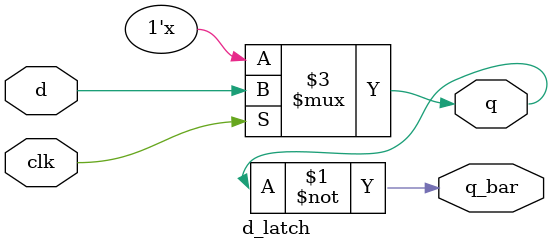
<source format=v>
module d_latch(d,clk,q,q_bar);
input d,clk;
output reg q;
output q_bar;
assign q_bar = ~q ;

always @(d or clk) begin
	if(clk) begin
		q <= d;
	end 
end
endmodule
</source>
